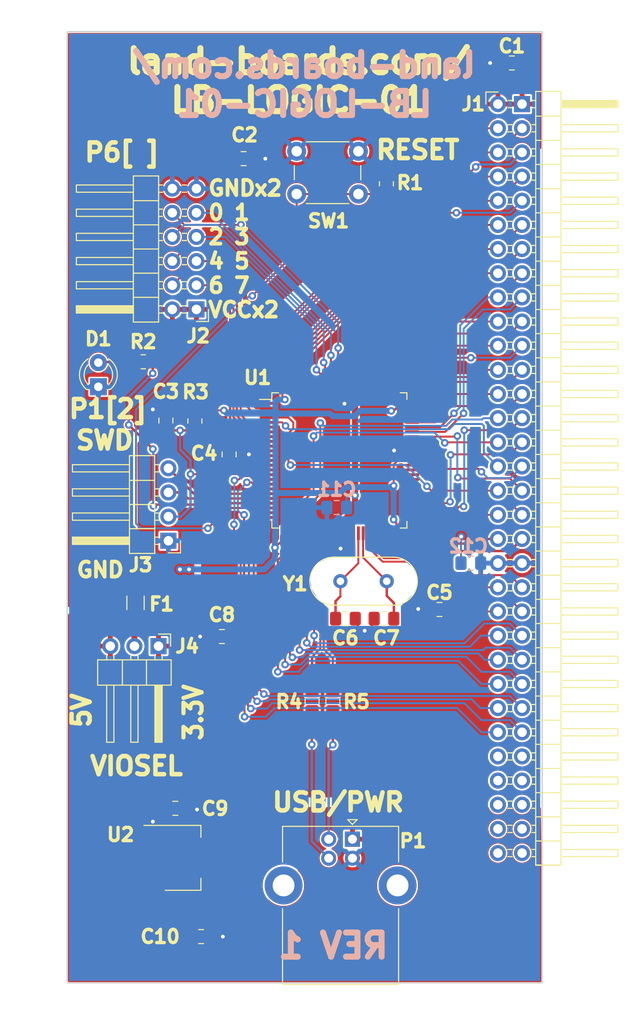
<source format=kicad_pcb>
(kicad_pcb (version 20211014) (generator pcbnew)
  (title_block (title "LB-LOGIC-01") (date "2022-09-09") (rev "1") (company "land-boards.com"))
  (layers (0 "F.Cu" signal) (31 "B.Cu" signal) (34 "B.Paste" user) (35 "F.Paste" user) (36 "B.SilkS" user "B.Silkscreen") (37 "F.SilkS" user "F.Silkscreen") (38 "B.Mask" user) (39 "F.Mask" user) (44 "Edge.Cuts" user))
  (net 0 "")
  (net 1 "GND")
  (net 2 "/CPUA11")
  (net 3 "/CPUA12")
  (net 4 "/CPUA13")
  (net 5 "/CPUA14")
  (net 6 "/CPUA15")
  (net 7 "/CPUD4")
  (net 8 "/CPUD3")
  (net 9 "/CPUD5")
  (net 10 "/CPUD6")
  (net 11 "/CPUA0")
  (net 12 "/CPUA1")
  (net 13 "/CPUD2")
  (net 14 "/CPUA2")
  (net 15 "/CPUD7")
  (net 16 "/CPUA3")
  (net 17 "/CPUD0")
  (net 18 "/CPUA4")
  (net 19 "/CPUD1")
  (net 20 "/CPUA5")
  (net 21 "/CPUA6")
  (net 22 "/CPUA7")
  (net 23 "/CPUA8")
  (net 24 "/CPUA9")
  (net 25 "/CPUA10")
  (net 26 "/CPUA18")
  (net 27 "/CPUA16")
  (net 28 "/CPUA17")
  (net 29 "/~{MEMRD}")
  (net 30 "/~{MEMWR}")
  (net 31 "/CPUCLK")
  (net 32 "/CPUA22")
  (net 33 "/CPUA23")
  (net 34 "/CPUA20")
  (net 35 "/CPUA21")
  (net 36 "/CPUA19")
  (net 37 "/~{MEMCS}")
  (net 38 "/~{IOCS}")
  (net 39 "/~{INT}")
  (net 40 "/~{NMI}")
  (net 41 "/~{HALT}")
  (net 42 "/~{MREQ}")
  (net 43 "/~{IORQ}")
  (net 44 "/~{CPURD}")
  (net 45 "/~{CPUWR}")
  (net 46 "/~{BUSACK}")
  (net 47 "/~{WAIT}")
  (net 48 "/~{BUSRQ}")
  (net 49 "/~{CPURST}")
  (net 65 "/RFSH")
  (net 74 "/M1")
  (net 75 "/USB-DM")
  (net 76 "/USB-DP")
  (net 77 "/USBM")
  (net 78 "/RES*")
  (net 79 "Vdrive")
  (net 80 "/SWDIO")
  (net 81 "/SWDCK")
  (net 82 "+3V3")
  (net 83 "+5V")
  (net 84 "/VCCD")
  (net 85 "/XRES*")
  (net 89 "/USBP")
  (net 90 "/P6_7")
  (net 91 "/P6_6")
  (net 92 "/P6_5")
  (net 93 "/P6_4")
  (net 94 "/P6_3")
  (net 95 "/P6_2")
  (net 96 "/P6_1")
  (net 97 "/P6_0")
  (net 98 "Net-(C6-Pad2)")
  (net 99 "/VUF")
  (net 100 "/LED")
  (net 101 "Net-(C7-Pad2)")
  (net 102 "/LEDR")
  (footprint "LandBoards_Conns:PinHeader_2x32_P2.54mm_Horizontal-FLIPPED" (layer "F.Cu") (at 177.35 54.615)
    (fp_text reference "J1")
    (fp_text value "Conn_02x32_Odd_Even")
  )
  (footprint "Package_QFP:TQFP-100_14x14mm_P0.5mm" (layer "F.Cu") (at 160.655 92.075)
    (fp_text reference "U1")
    (fp_text value "CY8C5267AXI-LP051")
  )
  (footprint "Capacitor_SMD:C_0805_2012Metric_Pad1.18x1.45mm_HandSolder" (layer "F.Cu") (at 150.5712 60.3504 180)
    (fp_text reference "C2")
    (fp_text value "0.1uF")
  )
  (footprint "Resistor_SMD:R_0805_2012Metric_Pad1.20x1.40mm_HandSolder" (layer "F.Cu") (at 140.0048 81.7072)
    (fp_text reference "R2")
    (fp_text value "1K")
  )
  (footprint "Package_TO_SOT_SMD:SOT-223" (layer "F.Cu") (at 144.17 133.858)
    (fp_text reference "U2")
    (fp_text value "AZ1117-3.3")
  )
  (footprint "Capacitor_SMD:C_0805_2012Metric_Pad1.18x1.45mm_HandSolder" (layer "F.Cu") (at 161.29 108.712 180)
    (fp_text reference "C6")
    (fp_text value "8pF")
  )
  (footprint "Connector_PinHeader_2.54mm:PinHeader_1x04_P2.54mm_Horizontal" (layer "F.Cu") (at 142.6526 100.5232 180)
    (fp_text reference "J3")
    (fp_text value "CONN_01X04")
  )
  (footprint "Capacitor_SMD:C_0805_2012Metric_Pad1.18x1.45mm_HandSolder" (layer "F.Cu") (at 143.383 128.651)
    (fp_text reference "C9")
    (fp_text value "0.1uF")
  )
  (footprint "Capacitor_SMD:C_0805_2012Metric_Pad1.18x1.45mm_HandSolder" (layer "F.Cu") (at 149.0472 91.44 90)
    (fp_text reference "C4")
    (fp_text value "0.1uF")
  )
  (footprint "Connector_USB:USB_B_Lumberg_2411_02_Horizontal" (layer "F.Cu") (at 162.032 131.8965 -90)
    (fp_text reference "P1")
    (fp_text value "USB-B")
  )
  (footprint "Capacitor_SMD:C_0805_2012Metric_Pad1.18x1.45mm_HandSolder" (layer "F.Cu") (at 171.196 107.7468)
    (fp_text reference "C5")
    (fp_text value "0.1uF")
  )
  (footprint "LED_THT:LED_D3.0mm" (layer "F.Cu") (at 135.2804 84.333 90)
    (fp_text reference "D1")
    (fp_text value "LED")
  )
  (footprint "Connector_PinHeader_2.54mm:PinHeader_1x03_P2.54mm_Horizontal" (layer "F.Cu") (at 141.6154 111.6014 -90)
    (fp_text reference "J4")
    (fp_text value "CONN_01X03")
  )
  (footprint "Resistor_SMD:R_0805_2012Metric_Pad1.20x1.40mm_HandSolder" (layer "F.Cu") (at 145.4404 87.9348 90)
    (fp_text reference "R3")
    (fp_text value "3.9K")
  )
  (footprint "Crystal:Crystal_HC49-U_Vertical" (layer "F.Cu") (at 165.645 104.775 180)
    (fp_text reference "Y1")
    (fp_text value "Crystal_Small")
  )
  (footprint "Capacitor_SMD:C_1206_3216Metric_Pad1.33x1.80mm_HandSolder" (layer "F.Cu") (at 139.192 107.0479 -90)
    (fp_text reference "F1")
    (fp_text value "Poly Fuse, 0.5A (1206)")
  )
  (footprint "Capacitor_SMD:C_0805_2012Metric_Pad1.18x1.45mm_HandSolder" (layer "F.Cu") (at 178.816 50.292)
    (fp_text reference "C1")
    (fp_text value "0.1uF")
  )
  (footprint "Capacitor_SMD:C_0805_2012Metric_Pad1.18x1.45mm_HandSolder" (layer "F.Cu") (at 146.1008 142.1384)
    (fp_text reference "C10")
    (fp_text value "0.1uF")
  )
  (footprint "Capacitor_SMD:C_0805_2012Metric_Pad1.18x1.45mm_HandSolder" (layer "F.Cu") (at 142.3924 87.884 90)
    (fp_text reference "C3")
    (fp_text value "0.1uF")
  )
  (footprint "Button_Switch_THT:SW_PUSH_6mm_H8.5mm" (layer "F.Cu") (at 156.1604 59.5736)
    (fp_text reference "SW1")
    (fp_text value "SW_Push")
  )
  (footprint "Resistor_SMD:R_0805_2012Metric_Pad1.20x1.40mm_HandSolder" (layer "F.Cu") (at 157.7848 117.3988 90)
    (fp_text reference "R4")
    (fp_text value "22")
  )
  (footprint "Resistor_SMD:R_0805_2012Metric_Pad1.20x1.40mm_HandSolder" (layer "F.Cu") (at 165.608 62.992 90)
    (fp_text reference "R1")
    (fp_text value "3.9K")
  )
  (footprint "Capacitor_SMD:C_0805_2012Metric_Pad1.18x1.45mm_HandSolder" (layer "F.Cu") (at 165.354 108.712)
    (fp_text reference "C7")
    (fp_text value "8pF")
  )
  (footprint "Capacitor_SMD:C_0805_2012Metric_Pad1.18x1.45mm_HandSolder" (layer "F.Cu") (at 148.2852 110.5916 180)
    (fp_text reference "C8")
    (fp_text value "10uF")
  )
  (footprint "Connector_PinHeader_2.54mm:PinHeader_2x06_P2.54mm_Horizontal" (layer "F.Cu") (at 145.604 76.2 180)
    (fp_text reference "J2")
    (fp_text value "Header, 2x6")
  )
  (footprint "Resistor_SMD:R_0805_2012Metric_Pad1.20x1.40mm_HandSolder" (layer "F.Cu") (at 159.9692 117.3988 90)
    (fp_text reference "R5")
    (fp_text value "22")
  )
  (footprint "Capacitor_SMD:C_0805_2012Metric_Pad1.18x1.45mm_HandSolder" (layer "B.Cu") (at 160.3756 97.028)
    (fp_text reference "C11")
    (fp_text value "1uF")
  )
  (footprint "Capacitor_SMD:C_0805_2012Metric_Pad1.18x1.45mm_HandSolder" (layer "B.Cu") (at 174.498 102.87 180)
    (fp_text reference "C12")
    (fp_text value "0.1uF")
  )
  (gr_rect (start 132 47) (end 182 147) (layer "Edge.Cuts") (width 0.15) (fill none))
  (gr_text "land-boards.com/\nLB-LOGIC-01" (at 156.972 52.578) (layer "B.SilkS") (effects (font (size 2.54 2.54) (thickness 0.635)) (justify mirror)))
  (gr_text "REV 1" (at 160.02 143.1036) (layer "B.SilkS") (effects (font (size 2.54 2.54) (thickness 0.635)) (justify mirror)))
  (gr_text "SWD" (at 135.9408 89.9668) (layer "F.SilkS") (effects (font (size 1.905 1.905) (thickness 0.47625))))
  (gr_text "P6[ ]" (at 133.604 59.69) (layer "F.SilkS") (effects (font (size 1.905 1.905) (thickness 0.47625)) (justify left)))
  (gr_text "USB/PWR" (at 160.528 128.016) (layer "F.SilkS") (effects (font (size 1.905 1.905) (thickness 0.47625))))
  (gr_text "RESET" (at 164.2872 59.436) (layer "F.SilkS") (effects (font (size 1.905 1.905) (thickness 0.47625)) (justify left)))
  (gr_text "5V" (at 133.5024 118.364 90) (layer "F.SilkS") (effects (font (size 1.905 1.905) (thickness 0.47625))))
  (gr_text "land-boards.com/\nLB-LOGIC-01" (at 156.3624 52.1716) (layer "F.SilkS") (effects (font (size 2.54 2.54) (thickness 0.635))))
  (gr_text "GND" (at 135.4836 103.5812) (layer "F.SilkS") (effects (font (size 1.5875 1.5875) (thickness 0.396875))))
  (gr_text "3.3V" (at 145.288 118.5672 90) (layer "F.SilkS") (effects (font (size 1.905 1.778) (thickness 0.4445))))
  (gr_text "VIOSEL" (at 139.2936 124.206) (layer "F.SilkS") (effects (font (size 1.905 1.905) (thickness 0.47625))))
  (gr_text "GNDx2\n0 1\n2 3\n4 5\n6 7\nVCCx2" (at 146.6596 69.85) (layer "F.SilkS") (effects (font (size 1.5875 1.5875) (thickness 0.396875)) (justify left)))
  (gr_text "P1[2]" (at 136.2964 86.6648) (layer "F.SilkS") (effects (font (size 1.905 1.905) (thickness 0.47625))))
  (segment (start 151.503 92.575) (end 151.2824 92.3544) (width 0.2032) (layer "F.Cu") (net 1))
  (segment (start 177.7785 50.292) (end 176.53 50.292) (width 0.2032) (layer "F.Cu") (net 1))
  (segment (start 145.542 128.651) (end 145.669 128.778) (width 0.254) (layer "F.Cu") (net 1))
  (segment (start 151.13 90.932) (end 151.13 91.44) (width 0.2032) (layer "F.Cu") (net 1))
  (segment (start 141.02 130.0488) (end 141.0208 130.048) (width 0.2032) (layer "F.Cu") (net 1))
  (segment (start 151.6087 60.3504) (end 152.8572 60.3504) (width 0.2032) (layer "F.Cu") (net 1))
  (segment (start 147.2477 110.5916) (end 145.9992 110.5916) (width 0.2032) (layer "F.Cu") (net 1))
  (segment (start 142.3924 86.8465) (end 141.1448 86.8465) (width 0.254) (layer "F.Cu") (net 1))
  (segment (start 149.0472 92.4775) (end 151.1593 92.4775) (width 0.2032) (layer "F.Cu") (net 1))
  (segment (start 160.655 99.7375) (end 160.655 101.219) (width 0.2032) (layer "F.Cu") (net 1))
  (segment (start 152.9925 91.575) (end 151.265 91.575) (width 0.2032) (layer "F.Cu") (net 1))
  (segment (start 151.487 90.575) (end 151.13 90.932) (width 0.2032) (layer "F.Cu") (net 1))
  (segment (start 147.1383 142.1384) (end 148.3868 142.1384) (width 0.254) (layer "F.Cu") (net 1))
  (segment (start 161.155 85.8244) (end 161.4366 86.106) (width 0.2032) (layer "F.Cu") (net 1))
  (segment (start 144.4205 128.651) (end 145.542 128.651) (width 0.254) (layer "F.Cu") (net 1))
  (segment (start 170.1585 107.7468) (end 169.0116 107.7468) (width 0.254) (layer "F.Cu") (net 1))
  (segment (start 166.9622 91.575) (end 166.4208 91.0336) (width 0.2032) (layer "F.Cu") (net 1))
  (segment (start 151.2824 92.3544) (end 151.13 92.202) (width 0.2032) (layer "F.Cu") (net 1))
  (segment (start 151.13 92.202) (end 151.13 91.44) (width 0.2032) (layer "F.Cu") (net 1))
  (segment (start 166.727 90.575) (end 168.3175 90.575) (width 0.2032) (layer "F.Cu") (net 1))
  (segment (start 152.9925 92.575) (end 151.503 92.575) (width 0.2032) (layer "F.Cu") (net 1))
  (segment (start 141.1448 86.8465) (end 141.0139 86.7156) (width 0.254) (layer "F.Cu") (net 1))
  (segment (start 163.322 109.982) (end 163.83 109.982) (width 0.2032) (layer "F.Cu") (net 1))
  (segment (start 168.3175 91.575) (end 166.9622 91.575) (width 0.2032) (layer "F.Cu") (net 1))
  (segment (start 151.265 91.575) (end 151.13 91.44) (width 0.2032) (layer "F.Cu") (net 1))
  (segment (start 162.5815 108.712) (end 162.5815 109.7495) (width 0.2032) (layer "F.Cu") (net 1))
  (segment (start 162.814 109.982) (end 162.5815 109.7495) (width 0.2032) (layer "F.Cu") (net 1))
  (segment (start 163.83 109.982) (end 164.0625 109.7495) (width 0.2032) (layer "F.Cu") (net 1))
  (segment (start 169.0116 107.7468) (end 168.9608 107.696) (width 0.254) (layer "F.Cu") (net 1))
  (segment (start 151.1593 92.4775) (end 151.2824 92.3544) (width 0.2032) (layer "F.Cu") (net 1))
  (segment (start 166.727 90.575) (end 166.3965 90.9055) (width 0.2032) (layer "F.Cu") (net 1))
  (segment (start 152.9925 90.575) (end 151.487 90.575) (width 0.2032) (layer "F.Cu") (net 1))
  (segment (start 163.322 109.982) (end 162.814 109.982) (width 0.2032) (layer "F.Cu") (net 1))
  (segment (start 164.0625 109.7495) (end 164.0625 108.712) (width 0.2032) (layer "F.Cu") (net 1))
  (segment (start 141.02 131.558) (end 141.02 130.0488) (width 0.2032) (layer "F.Cu") (net 1))
  (segment (start 160.655 101.219) (end 160.782 101.346) (width 0.2032) (layer "F.Cu") (net 1))
  (segment (start 161.155 84.4125) (end 161.155 85.8244) (width 0.2032) (layer "F.Cu") (net 1))
  (via (at 160.782 101.346) (size 0.8) (drill 0.4) (layers "F.Cu" "B.Cu") (net 1))
  (via (at 176.53 50.292) (size 0.8) (drill 0.4) (layers "F.Cu" "B.Cu") (net 1))
  (via (at 166.4208 91.0336) (size 0.8) (drill 0.4) (layers "F.Cu" "B.Cu") (net 1))
  (via (at 152.8572 60.3504) (size 0.8) (drill 0.4) (layers "F.Cu" "B.Cu") (net 1))
  (via (at 145.669 128.778) (size 0.8) (drill 0.4) (layers "F.Cu" "B.Cu") (net 1))
  (via (at 168.9608 107.696) (size 0.8) (drill 0.4) (layers "F.Cu" "B.Cu") (net 1))
  (via (at 163.322 109.982) (size 0.8) (drill 0.4) (layers "F.Cu" "B.Cu") (net 1))
  (via (at 141.0139 86.7156) (size 0.8) (drill 0.4) (layers "F.Cu" "B.Cu") (net 1))
  (via (at 145.9992 110.5916) (size 0.8) (drill 0.4) (layers "F.Cu" "B.Cu") (net 1))
  (via (at 148.3868 142.1384) (size 0.8) (drill 0.4) (layers "F.Cu" "B.Cu") (net 1))
  (via (at 141.0208 130.048) (size 0.8) (drill 0.4) (layers "F.Cu" "B.Cu") (net 1))
  (via (at 161.1884 86.106) (size 0.8) (drill 0.4) (layers "F.Cu" "B.Cu") (net 1))
  (via (at 151.13 91.44) (size 0.8) (drill 0.4) (layers "F.Cu" "B.Cu") (net 1))
  (segment (start 173.990785 72.395) (end 177.35 72.395) (width 0.2032) (layer "F.Cu") (net 2))
  (segment (start 164.155 82.230785) (end 173.990785 72.395) (width 0.2032) (layer "F.Cu") (net 2))
  (segment (start 164.155 84.4125) (end 164.155 82.230785) (width 0.2032) (layer "F.Cu") (net 2))
  (segment (start 163.655 82.217) (end 174.752 71.12) (width 0.2032) (layer "F.Cu") (net 3))
  (segment (start 163.655 84.4125) (end 163.655 82.217) (width 0.2032) (layer "F.Cu") (net 3))
  (segment (start 174.752 71.12) (end 178.625 71.12) (width 0.2032) (layer "F.Cu") (net 3))
  (segment (start 178.625 71.12) (end 179.89 69.855) (width 0.2032) (layer "F.Cu") (net 3))
  (segment (start 175.255 69.855) (end 177.35 69.855) (width 0.2032) (layer "F.Cu") (net 4))
  (segment (start 163.155 84.4125) (end 163.155 81.955) (width 0.2032) (layer "F.Cu") (net 4))
  (segment (start 163.155 81.955) (end 175.255 69.855) (width 0.2032) (layer "F.Cu") (net 4))
  (segment (start 162.655 84.4125) (end 162.655 81.693) (width 0.2032) (layer "F.Cu") (net 5))
  (segment (start 175.768 68.58) (end 178.625 68.58) (width 0.2032) (layer "F.Cu") (net 5))
  (segment (start 178.625 68.58) (end 179.89 67.315) (width 0.2032) (layer "F.Cu") (net 5))
  (segment (start 162.655 81.693) (end 175.768 68.58) (width 0.2032) (layer "F.Cu") (net 5))
  (segment (start 176.027 67.315) (end 177.35 67.315) (width 0.2032) (layer "F.Cu") (net 6))
  (segment (start 162.155 81.187) (end 176.027 67.315) (width 0.2032) (layer "F.Cu") (net 6))
  (segment (start 162.155 84.4125) (end 162.155 81.187) (width 0.2032) (layer "F.Cu") (net 6))
  (segment (start 155.8036 88.6968) (end 155.2956 89.2048) (width 0.2032) (layer "F.Cu") (net 7))
  (segment (start 155.2956 89.2048) (end 155.2956 92.3517) (width 0.2032) (layer "F.Cu") (net 7))
  (segment (start 152.9925 87.575) (end 155.2914 87.575) (width 0.2032) (layer "F.Cu") (net 7))
  (segment (start 155.2914 87.575) (end 155.8036 88.0872) (width 0.2032) (layer "F.Cu") (net 7))
  (segment (start 155.8036 88.0872) (end 155.8036 88.6968) (width 0.2032) (layer "F.Cu") (net 7))
  (segment (start 177.35 95.255) (end 170.3374 95.255) (width 0.2032) (layer "F.Cu") (net 7))
  (segment (start 155.2956 92.3517) (end 155.5015 92.5576) (width 0.2032) (layer "F.Cu") (net 7))
  (segment (start 170.3374 95.255) (end 169.8752 94.7928) (width 0.2032) (layer "F.Cu") (net 7))
  (via (at 155.5015 92.5576) (size 0.8) (drill 0.4) (layers "F.Cu" "B.Cu") (net 7))
  (via (at 169.8752 94.7928) (size 0.8) (drill 0.4) (layers "F.Cu" "B.Cu") (net 7))
  (segment (start 155.5015 92.5576) (end 167.64 92.5576) (width 0.2032) (layer "B.Cu") (net 7))
  (segment (start 167.64 92.5576) (end 169.8752 94.7928) (width 0.2032) (layer "B.Cu") (net 7))
  (segment (start 168.3175 89.575) (end 173.0102 89.575) (width 0.2032) (layer "F.Cu") (net 8))
  (segment (start 173.0102 89.575) (end 173.0756 89.5096) (width 0.2032) (layer "F.Cu") (net 8))
  (segment (start 179.89 95.255) (end 178.615 93.98) (width 0.2032) (layer "F.Cu") (net 8))
  (segment (start 178.615 93.98) (end 173.228 93.98) (width 0.2032) (layer "F.Cu") (net 8))
  (segment (start 173.228 93.98) (end 173.1264 93.8784) (width 0.2032) (layer "F.Cu") (net 8))
  (via (at 173.0756 89.5096) (size 0.8) (drill 0.4) (layers "F.Cu" "B.Cu") (net 8))
  (via (at 173.1264 93.8784) (size 0.8) (drill 0.4) (layers "F.Cu" "B.Cu") (net 8))
  (segment (start 173.0756 89.5096) (end 173.0756 93.8276) (width 0.2032) (layer "B.Cu") (net 8))
  (segment (start 173.0756 93.8276) (end 173.1264 93.8784) (width 0.2032) (layer "B.Cu") (net 8))
  (segment (start 152.9925 88.075) (end 154.623 88.075) (width 0.2032) (layer "F.Cu") (net 9))
  (segment (start 154.623 88.075) (end 154.9908 88.4428) (width 0.2032) (layer "F.Cu") (net 9))
  (via (at 154.9908 88.4428) (size 0.8) (drill 0.4) (layers "F.Cu" "B.Cu") (net 9))
  (segment (start 172.763911 88.246489) (end 175.673289 88.246489) (width 0.2032) (layer "B.Cu") (net 9))
  (segment (start 172.218889 88.791511) (end 172.763911 88.246489) (width 0.2032) (layer "B.Cu") (net 9))
  (segment (start 155.339511 88.791511) (end 172.218889 88.791511) (width 0.2032) (layer "B.Cu") (net 9))
  (segment (start 175.673289 88.246489) (end 175.8696 88.4428) (width 0.2032) (layer "B.Cu") (net 9))
  (segment (start 175.8696 91.2346) (end 177.35 92.715) (width 0.2032) (layer "B.Cu") (net 9))
  (segment (start 154.9908 88.4428) (end 155.339511 88.791511) (width 0.2032) (layer "B.Cu") (net 9))
  (segment (start 175.8696 88.4428) (end 175.8696 91.2346) (width 0.2032) (layer "B.Cu") (net 9))
  (segment (start 156.155 99.7375) (end 156.155 97.083) (width 0.2032) (layer "F.Cu") (net 10))
  (segment (start 171.8083 90.175) (end 171.7548 90.2285) (width 0.2032) (layer "F.Cu") (net 10))
  (segment (start 157.9372 95.3008) (end 157.9372 89.5096) (width 0.2032) (layer "F.Cu") (net 10))
  (segment (start 177.35 90.175) (end 171.8083 90.175) (width 0.2032) (layer "F.Cu") (net 10))
  (segment (start 156.155 97.083) (end 157.9372 95.3008) (width 0.2032) (layer "F.Cu") (net 10))
  (via (at 171.7548 90.2285) (size 0.8) (drill 0.4) (layers "F.Cu" "B.Cu") (net 10))
  (via (at 157.9372 89.5096) (size 0.8) (drill 0.4) (layers "F.Cu" "B.Cu") (net 10))
  (segment (start 157.9372 89.5096) (end 158.300169 89.146631) (width 0.2032) (layer "B.Cu") (net 10))
  (segment (start 170.672931 89.146631) (end 171.7548 90.2285) (width 0.2032) (layer "B.Cu") (net 10))
  (segment (start 158.300169 89.146631) (end 170.672931 89.146631) (width 0.2032) (layer "B.Cu") (net 10))
  (segment (start 170.751 88.075) (end 172.466 86.36) (width 0.2032) (layer "F.Cu") (net 11))
  (segment (start 172.466 86.36) (end 178.625 86.36) (width 0.2032) (layer "F.Cu") (net 11))
  (segment (start 178.625 86.36) (end 179.89 85.095) (width 0.2032) (layer "F.Cu") (net 11))
  (segment (start 168.3175 88.075) (end 170.751 88.075) (width 0.2032) (layer "F.Cu") (net 11))
  (segment (start 168.3175 87.575) (end 170.489 87.575) (width 0.2032) (layer "F.Cu") (net 12))
  (segment (start 170.489 87.575) (end 172.969 85.095) (width 0.2032) (layer "F.Cu") (net 12))
  (segment (start 172.969 85.095) (end 177.35 85.095) (width 0.2032) (layer "F.Cu") (net 12))
  (segment (start 171.3484 92.6084) (end 171.704 92.964) (width 0.2032) (layer "F.Cu") (net 13))
  (segment (start 168.3175 90.075) (end 170.5422 90.075) (width 0.2032) (layer "F.Cu") (net 13))
  (segment (start 175.3108 92.964) (end 175.6156 93.2688) (width 0.2032) (layer "F.Cu") (net 13))
  (segment (start 170.5422 90.075) (end 171.3484 90.8812) (width 0.2032) (layer "F.Cu") (net 13))
  (segment (start 171.704 92.964) (end 175.3108 92.964) (width 0.2032) (layer "F.Cu") (net 13))
  (segment (start 171.3484 90.8812) (end 171.3484 92.6084) (width 0.2032) (layer "F.Cu") (net 13))
  (via (at 175.6156 93.2688) (size 0.8) (drill 0.4) (layers "F.Cu" "B.Cu") (net 13))
  (segment (start 175.6156 93.2688) (end 176.276 93.9292) (width 0.2032) (layer "B.Cu") (net 13))
  (segment (start 178.6758 93.9292) (end 179.89 92.715) (width 0.2032) (layer "B.Cu") (net 13))
  (segment (start 176.276 93.9292) (end 178.6758 93.9292) (width 0.2032) (layer "B.Cu") (net 13))
  (segment (start 178.625 83.82) (end 179.89 82.555) (width 0.2032) (layer "F.Cu") (net 14))
  (segment (start 170.227 87.075) (end 171.704 85.598) (width 0.2032) (layer "F.Cu") (net 14))
  (segment (start 171.704 84.328) (end 172.212 83.82) (width 0.2032) (layer "F.Cu") (net 14))
  (segment (start 172.212 83.82) (end 178.625 83.82) (width 0.2032) (layer "F.Cu") (net 14))
  (segment (start 171.704 85.598) (end 171.704 84.328) (width 0.2032) (layer "F.Cu") (net 14))
  (segment (start 168.3175 87.075) (end 170.227 87.075) (width 0.2032) (layer "F.Cu") (net 14))
  (segment (start 156.655 97.599) (end 158.6484 95.6056) (width 0.2032) (layer "F.Cu") (net 15))
  (segment (start 158.6484 95.6056) (end 158.6484 88.138011) (width 0.2032) (layer "F.Cu") (net 15))
  (segment (start 156.655 99.7375) (end 156.655 97.599) (width 0.2032) (layer "F.Cu") (net 15))
  (via (at 158.6484 88.138011) (size 0.8) (drill 0.4) (layers "F.Cu" "B.Cu") (net 15))
  (segment (start 158.94678 88.436391) (end 171.899831 88.436391) (width 0.2032) (layer "B.Cu") (net 15))
  (segment (start 172.560711 87.775511) (end 175.683289 87.775511) (width 0.2032) (layer "B.Cu") (net 15))
  (segment (start 171.899831 88.436391) (end 172.560711 87.775511) (width 0.2032) (layer "B.Cu") (net 15))
  (segment (start 175.8238 87.635) (end 177.35 87.635) (width 0.2032) (layer "B.Cu") (net 15))
  (segment (start 175.683289 87.775511) (end 175.8238 87.635) (width 0.2032) (layer "B.Cu") (net 15))
  (segment (start 158.6484 88.138011) (end 158.94678 88.436391) (width 0.2032) (layer "B.Cu") (net 15))
  (segment (start 175.763 82.555) (end 177.35 82.555) (width 0.2032) (layer "F.Cu") (net 16))
  (segment (start 169.965 86.575) (end 170.688 85.852) (width 0.2032) (layer "F.Cu") (net 16))
  (segment (start 170.688 85.852) (end 170.688 84.836) (width 0.2032) (layer "F.Cu") (net 16))
  (segment (start 170.688 84.836) (end 172.212 83.312) (width 0.2032) (layer "F.Cu") (net 16))
  (segment (start 175.006 83.312) (end 175.763 82.555) (width 0.2032) (layer "F.Cu") (net 16))
  (segment (start 172.212 83.312) (end 175.006 83.312) (width 0.2032) (layer "F.Cu") (net 16))
  (segment (start 168.3175 86.575) (end 169.965 86.575) (width 0.2032) (layer "F.Cu") (net 16))
  (segment (start 173.806698 88.9) (end 178.625 88.9) (width 0.2032) (layer "F.Cu") (net 17))
  (segment (start 168.3175 97.075) (end 173.1302 97.075) (width 0.2032) (layer "F.Cu") (net 17))
  (segment (start 173.806698 88.9) (end 173.806687 88.899989) (width 0.2032) (layer "F.Cu") (net 17))
  (segment (start 178.625 88.9) (end 179.89 87.635) (width 0.2032) (layer "F.Cu") (net 17))
  (segment (start 173.2837 96.9215) (end 173.1302 97.075) (width 0.2032) (layer "F.Cu") (net 17))
  (segment (start 173.736 96.9215) (end 173.2837 96.9215) (width 0.2032) (layer "F.Cu") (net 17))
  (via (at 173.736 96.9215) (size 0.8) (drill 0.4) (layers "F.Cu" "B.Cu") (net 17))
  (via (at 173.806687 88.899989) (size 0.8) (drill 0.4) (layers "F.Cu" "B.Cu") (net 17))
  (segment (start 173.806687 88.899989) (end 173.806687 96.850813) (width 0.2032) (layer "B.Cu") (net 17))
  (segment (start 173.806687 96.850813) (end 173.736 96.9215) (width 0.2032) (layer "B.Cu") (net 17))
  (segment (start 174.498 81.28) (end 168.148 81.28) (width 0.2032) (layer "F.Cu") (net 18))
  (segment (start 168.148 81.28) (end 166.655 82.773) (width 0.2032) (layer "F.Cu") (net 18))
  (segment (start 166.655 84.4125) (end 166.655 82.773) (width 0.2032) (layer "F.Cu") (net 18))
  (via (at 174.498 81.28) (size 0.8) (drill 0.4) (layers "F.Cu" "B.Cu") (net 18))
  (segment (start 178.625 81.28) (end 174.498 81.28) (width 0.2032) (layer "B.Cu") (net 18))
  (segment (start 179.89 80.015) (end 178.625 81.28) (width 0.2032) (layer "B.Cu") (net 18))
  (segment (start 172.1559 96.575) (end 172.3094 96.4215) (width 0.2032) (layer "F.Cu") (net 19))
  (segment (start 172.4152 91.44) (end 172.3644 91.4908) (width 0.2032) (layer "F.Cu") (net 19))
  (segment (start 178.625 91.44) (end 172.4152 91.44) (width 0.2032) (layer "F.Cu") (net 19))
  (segment (start 168.3175 96.575) (end 172.1559 96.575) (width 0.2032) (layer "F.Cu") (net 19))
  (segment (start 179.89 90.175) (end 178.625 91.44) (width 0.2032) (layer "F.Cu") (net 19))
  (via (at 172.3094 96.4215) (size 0.8) (drill 0.4) (layers "F.Cu" "B.Cu") (net 19))
  (via (at 172.3644 91.4908) (size 0.8) (drill 0.4) (layers "F.Cu" "B.Cu") (net 19))
  (segment (start 172.3644 91.4908) (end 172.3644 96.3665) (width 0.2032) (layer "B.Cu") (net 19))
  (segment (start 172.3644 96.3665) (end 172.3094 96.4215) (width 0.2032) (layer "B.Cu") (net 19))
  (segment (start 168.905 80.015) (end 166.155 82.765) (width 0.2032) (layer "F.Cu") (net 20))
  (segment (start 166.155 82.765) (end 166.155 84.4125) (width 0.2032) (layer "F.Cu") (net 20))
  (segment (start 177.35 80.015) (end 168.905 80.015) (width 0.2032) (layer "F.Cu") (net 20))
  (segment (start 169.672 78.74) (end 178.625 78.74) (width 0.2032) (layer "F.Cu") (net 21))
  (segment (start 165.655 84.4125) (end 165.655 82.757) (width 0.2032) (layer "F.Cu") (net 21))
  (segment (start 178.625 78.74) (end 179.89 77.475) (width 0.2032) (layer "F.Cu") (net 21))
  (segment (start 165.655 82.757) (end 169.672 78.74) (width 0.2032) (layer "F.Cu") (net 21))
  (segment (start 170.434784 77.475) (end 177.35 77.475) (width 0.2032) (layer "F.Cu") (net 22))
  (segment (start 165.155 82.754784) (end 170.434784 77.475) (width 0.2032) (layer "F.Cu") (net 22))
  (segment (start 165.155 84.4125) (end 165.155 82.754784) (width 0.2032) (layer "F.Cu") (net 22))
  (segment (start 171.783 89.075) (end 173.736 87.122) (width 0.2032) (layer "F.Cu") (net 23))
  (segment (start 168.3175 89.075) (end 171.783 89.075) (width 0.2032) (layer "F.Cu") (net 23))
  (via (at 173.736 87.122) (size 0.8) (drill 0.4) (layers "F.Cu" "B.Cu") (net 23))
  (segment (start 175.768 76.2) (end 178.625 76.2) (width 0.2032) (layer "B.Cu") (net 23))
  (segment (start 178.625 76.2) (end 179.89 74.935) (width 0.2032) (layer "B.Cu") (net 23))
  (segment (start 173.736 78.232) (end 175.768 76.2) (width 0.2032) (layer "B.Cu") (net 23))
  (segment (start 173.736 87.122) (end 173.736 78.232) (width 0.2032) (layer "B.Cu") (net 23))
  (segment (start 168.3175 88.575) (end 171.267 88.575) (width 0.2032) (layer "F.Cu") (net 24))
  (segment (start 171.267 88.575) (end 172.72 87.122) (width 0.2032) (layer "F.Cu") (net 24))
  (via (at 172.72 87.122) (size 0.8) (drill 0.4) (layers "F.Cu" "B.Cu") (net 24))
  (segment (start 173.3804 77.8764) (end 173.3804 86.4616) (width 0.2032) (layer "B.Cu") (net 24))
  (segment (start 173.3804 86.4616) (end 172.72 87.122) (width 0.2032) (layer "B.Cu") (net 24))
  (segment (start 177.35 74.935) (end 176.3218 74.935) (width 0.2032) (layer "B.Cu") (net 24))
  (segment (start 176.3218 74.935) (end 173.3804 77.8764) (width 0.2032) (layer "B.Cu") (net 24))
  (segment (start 173.736 73.66) (end 178.625 73.66) (width 0.2032) (layer "F.Cu") (net 25))
  (segment (start 164.655 84.4125) (end 164.655 82.741) (width 0.2032) (layer "F.Cu") (net 25))
  (segment (start 178.625 73.66) (end 179.89 72.395) (width 0.2032) (layer "F.Cu") (net 25))
  (segment (start 164.655 82.741) (end 173.736 73.66) (width 0.2032) (layer "F.Cu") (net 25))
  (segment (start 156.155 84.4125) (end 156.155 81.081) (width 0.2032) (layer "F.Cu") (net 26))
  (segment (start 156.155 81.081) (end 173.736 63.5) (width 0.2032) (layer "F.Cu") (net 26))
  (segment (start 178.625 63.5) (end 179.89 62.235) (width 0.2032) (layer "F.Cu") (net 26))
  (segment (start 173.736 63.5) (end 178.625 63.5) (width 0.2032) (layer "F.Cu") (net 26))
  (segment (start 157.155 81.097) (end 172.212 66.04) (width 0.2032) (layer "F.Cu") (net 27))
  (segment (start 157.155 84.4125) (end 157.155 81.097) (width 0.2032) (layer "F.Cu") (net 27))
  (segment (start 172.212 66.04) (end 172.974 66.04) (width 0.2032) (layer "F.Cu") (net 27))
  (via (at 172.974 66.04) (size 0.8) (drill 0.4) (layers "F.Cu" "B.Cu") (net 27))
  (segment (start 179.89 64.775) (end 178.625 66.04) (width 0.2032) (layer "B.Cu") (net 27))
  (segment (start 172.974 66.04) (end 178.625 66.04) (width 0.2032) (layer "B.Cu") (net 27))
  (segment (start 156.655 81.089) (end 172.969 64.775) (width 0.2032) (layer "F.Cu") (net 28))
  (segment (start 156.655 84.4125) (end 156.655 81.089) (width 0.2032) (layer "F.Cu") (net 28))
  (segment (start 172.969 64.775) (end 177.35 64.775) (width 0.2032) (layer "F.Cu") (net 28))
  (segment (start 168.3175 98.075) (end 175.483 98.075) (width 0.2032) (layer "F.Cu") (net 29))
  (segment (start 175.483 98.075) (end 175.763 97.795) (width 0.2032) (layer "F.Cu") (net 29))
  (segment (start 175.763 97.795) (end 177.35 97.795) (width 0.2032) (layer "F.Cu") (net 29))
  (segment (start 178.615 96.52) (end 179.89 97.795) (width 0.2032) (layer "F.Cu") (net 30))
  (segment (start 168.3175 97.575) (end 174.713 97.575) (width 0.2032) (layer "F.Cu") (net 30))
  (segment (start 174.713 97.575) (end 175.768 96.52) (width 0.2032) (layer "F.Cu") (net 30))
  (segment (start 175.768 96.52) (end 178.615 96.52) (width 0.2032) (layer "F.Cu") (net 30))
  (segment (start 172.8216 104.14) (end 170.6626 101.981) (width 0.2032) (layer "F.Cu") (net 31))
  (segment (start 169.291 101.981) (end 168.91 101.6) (width 0.2032) (layer "F.Cu") (net 31))
  (segment (start 165.862 101.6) (end 165.155 100.893) (width 0.2032) (layer "F.Cu") (net 31))
  (segment (start 165.155 100.893) (end 165.155 99.7375) (width 0.2032) (layer "F.Cu") (net 31))
  (segment (start 178.615 104.14) (end 172.8216 104.14) (width 0.2032) (layer "F.Cu") (net 31))
  (segment (start 168.91 101.6) (end 165.862 101.6) (width 0.2032) (layer "F.Cu") (net 31))
  (segment (start 179.89 105.415) (end 178.615 104.14) (width 0.2032) (layer "F.Cu") (net 31))
  (segment (start 170.6626 101.981) (end 169.291 101.981) (width 0.2032) (layer "F.Cu") (net 31))
  (segment (start 152.9925 86.575) (end 151.853 86.575) (width 0.2032) (layer "F.Cu") (net 32))
  (segment (start 174.492216 58.42) (end 178.625 58.42) (width 0.2032) (layer "F.Cu") (net 32))
  (segment (start 151.13 81.782216) (end 174.492216 58.42) (width 0.2032) (layer "F.Cu") (net 32))
  (segment (start 178.625 58.42) (end 179.89 57.155) (width 0.2032) (layer "F.Cu") (net 32))
  (segment (start 151.853 86.575) (end 151.13 85.852) (width 0.2032) (layer "F.Cu") (net 32))
  (segment (start 151.13 85.852) (end 151.13 81.782216) (width 0.2032) (layer "F.Cu") (net 32))
  (segment (start 151.591 87.075) (end 150.622 86.106) (width 0.2032) (layer "F.Cu") (net 33))
  (segment (start 150.622 86.106) (end 150.622 81.788) (width 0.2032) (layer "F.Cu") (net 33))
  (segment (start 175.255 57.155) (end 177.35 57.155) (width 0.2032) (layer "F.Cu") (net 33))
  (segment (start 152.9925 87.075) (end 151.591 87.075) (width 0.2032) (layer "F.Cu") (net 33))
  (segment (start 150.622 81.788) (end 175.255 57.155) (width 0.2032) (layer "F.Cu") (net 33))
  (segment (start 155.155 84.4125) (end 155.155 81.065) (width 0.2032) (layer "F.Cu") (net 34))
  (segment (start 155.155 81.065) (end 175.006 61.214) (width 0.2032) (layer "F.Cu") (net 34))
  (via (at 175.006 61.214) (size 0.8) (drill 0.4) (layers "F.Cu" "B.Cu") (net 34))
  (segment (start 175.26 60.96) (end 175.006 61.214) (width 0.254) (layer "B.Cu") (net 34))
  (segment (start 178.625 60.96) (end 175.26 60.96) (width 0.254) (layer "B.Cu") (net 34))
  (segment (start 179.89 59.695) (end 178.625 60.96) (width 0.254) (layer "B.Cu") (net 34))
  (segment (start 151.638 81.776432) (end 173.719432 59.695) (width 0.2032) (layer "F.Cu") (net 35))
  (segment (start 152.9925 86.075) (end 151.861 86.075) (width 0.2032) (layer "F.Cu") (net 35))
  (segment (start 151.861 86.075) (end 151.638 85.852) (width 0.2032) (layer "F.Cu") (net 35))
  (segment (start 151.638 85.852) (end 151.638 81.776432) (width 0.2032) (layer "F.Cu") (net 35))
  (segment (start 173.719432 59.695) (end 177.35 59.695) (width 0.2032) (layer "F.Cu") (net 35))
  (segment (start 155.655 81.073) (end 174.493 62.235) (width 0.2032) (layer "F.Cu") (net 36))
  (segment (start 155.655 84.4125) (end 155.655 81.073) (width 0.2032) (layer "F.Cu") (net 36))
  (segment (start 174.493 62.235) (end 177.35 62.235) (width 0.2032) (layer "F.Cu") (net 36))
  (segment (start 166.155 100.623) (end 166.34556 100.81356) (width 0.254) (layer "F.Cu") (net 37))
  (segment (start 174.77644 100.81356) (end 175.255 100.335) (width 0.254) (layer "F.Cu") (net 37))
  (segment (start 166.155 99.7375) (end 166.155 100.623) (width 0.254) (layer "F.Cu") (net 37))
  (segment (start 166.34556 100.81356) (end 174.77644 100.81356) (width 0.254) (layer "F.Cu") (net 37))
  (segment (start 175.255 100.335) (end 177.35 100.335) (width 0.254) (layer "F.Cu") (net 37))
  (segment (start 178.625 101.6) (end 169.448136 101.6) (width 0.254) (layer "F.Cu") (net 38))
  (segment (start 169.067616 101.21948) (end 166.019616 101.21948) (width 0.254) (layer "F.Cu") (net 38))
  (segment (start 166.019616 101.21948) (end 165.655 100.854864) (width 0.254) (layer "F.Cu") (net 38))
  (segment (start 179.89 100.335) (end 178.625 101.6) (width 0.254) (layer "F.Cu") (net 38))
  (segment (start 165.655 100.854864) (end 165.655 99.7375) (width 0.254) (layer "F.Cu") (net 38))
  (segment (start 169.448136 101.6) (end 169.067616 101.21948) (width 0.254) (layer "F.Cu") (net 38))
  (segment (start 174.2948 106.68) (end 170.3324 102.7176) (width 0.2032) (layer "F.Cu") (net 39))
  (segment (start 165.354 102.362) (end 164.155 101.163) (width 0.2032) (layer "F.Cu") (net 39))
  (segment (start 169.0116 102.7176) (end 168.656 102.362) (width 0.2032) (layer "F.Cu") (net 39))
  (segment (start 164.155 101.163) (end 164.155 99.7375) (width 0.2032) (layer "F.Cu") (net 39))
  (segment (start 178.615 106.68) (end 174.2948 106.68) (width 0.2032) (layer "F.Cu") (net 39))
  (segment (start 170.3324 102.7176) (end 169.0116 102.7176) (width 0.2032) (layer "F.Cu") (net 39))
  (segment (start 168.656 102.362) (end 165.354 102.362) (width 0.2032) (layer "F.Cu") (net 39))
  (segment (start 179.89 107.955) (end 178.615 106.68) (width 0.2032) (layer "F.Cu") (net 39))
  (segment (start 157.99538 108.21138) (end 157.99538 110.49) (width 0.2032) (layer "F.Cu") (net 40))
  (segment (start 156.61688 103.484904) (end 156.61688 106.83288) (width 0.2032) (layer "F.Cu") (net 40))
  (segment (start 156.61688 106.83288) (end 157.988 108.204) (width 0.2032) (layer "F.Cu") (net 40))
  (segment (start 158.655 99.7375) (end 158.655 101.446784) (width 0.2032) (layer "F.Cu") (net 40))
  (segment (start 157.988 108.204) (end 157.99538 108.21138) (width 0.2032) (layer "F.Cu") (net 40))
  (segment (start 158.655 101.446784) (end 156.61688 103.484904) (width 0.2032) (layer "F.Cu") (net 40))
  (via (at 157.99538 110.49) (size 0.8) (drill 0.4) (layers "F.Cu" "B.Cu") (net 40))
  (segment (start 175.9204 109.22) (end 178.615 109.22) (width 0.2032) (layer "B.Cu") (net 40))
  (segment (start 173.83664 111.30376) (end 175.9204 109.22) (width 0.2032) (layer "B.Cu") (net 40))
  (segment (start 178.615 109.22) (end 179.89 110.495) (width 0.2032) (layer "B.Cu") (net 40))
  (segment (start 157.99538 111.05618) (end 158.24296 111.30376) (width 0.2032) (layer "B.Cu") (net 40))
  (segment (start 157.99538 110.49) (end 157.99538 111.05618) (width 0.2032) (layer "B.Cu") (net 40))
  (segment (start 158.24296 111.30376) (end 173.83664 111.30376) (width 0.2032) (layer "B.Cu") (net 40))
  (segment (start 156.464 112.014) (end 156.464 108.40624) (width 0.2032) (layer "F.Cu") (net 41))
  (segment (start 155.85488 103.22512) (end 155.85488 107.79712) (width 0.2032) (layer "F.Cu") (net 41))
  (segment (start 157.655 99.7375) (end 157.655 101.425) (width 0.2032) (layer "F.Cu") (net 41))
  (segment (start 155.85488 103.22512) (end 157.655 101.425) (width 0.2032) (layer "F.Cu") (net 41))
  (segment (start 156.464 108.40624) (end 155.85488 107.79712) (width 0.2032) (layer "F.Cu") (net 41))
  (via (at 156.464 112.014) (size 0.8) (drill 0.4) (layers "F.Cu" "B.Cu") (net 41))
  (segment (start 175.8188 112.014) (end 176.0728 111.76) (width 0.2032) (layer "B.Cu") (net 41))
  (segment (start 178.615 111.76) (end 176.0728 111.76) (width 0.2032) (layer "B.Cu") (net 41))
  (segment (start 156.464 112.014) (end 175.8188 112.014) (width 0.2032) (layer "B.Cu") (net 41))
  (segment (start 179.89 113.035) (end 178.615 111.76) (width 0.2032) (layer "B.Cu") (net 41))
  (segment (start 155.655 101.901) (end 155.655 99.7375) (width 0.2032) (layer "F.Cu") (net 42))
  (segment (start 154.94 102.616) (end 154.94 113.538) (width 0.2032) (layer "F.Cu") (net 42))
  (segment (start 155.655 101.901) (end 154.94 102.616) (width 0.2032) (layer "F.Cu") (net 42))
  (via (at 154.94 113.538) (size 0.8) (drill 0.4) (layers "F.Cu" "B.Cu") (net 42))
  (segment (start 178.615 114.3) (end 179.89 115.575) (width 0.2032) (layer "B.Cu") (net 42))
  (segment (start 156.559335 113.538) (end 157.373095 112.72424) (width 0.2032) (layer "B.Cu") (net 42))
  (segment (start 157.373095 112.72424) (end 174.03984 112.72424) (width 0.2032) (layer "B.Cu") (net 42))
  (segment (start 174.03984 112.72424) (end 175.6156 114.3) (width 0.2032) (layer "B.Cu") (net 42))
  (segment (start 175.6156 114.3) (end 178.615 114.3) (width 0.2032) (layer "B.Cu") (net 42))
  (segment (start 154.94 113.538) (end 156.559335 113.538) (width 0.2032) (layer "B.Cu") (net 42))
  (segment (start 151.638 106.0704) (end 151.78944 106.22184) (width 0.2032) (layer "F.Cu") (net 43))
  (segment (start 152.9925 98.075) (end 151.861 98.075) (width 0.2032) (layer "F.Cu") (net 43))
  (segment (start 151.638 98.298) (end 151.638 106.0704) (width 0.2032) (layer "F.Cu") (net 43))
  (segment (start 151.861 98.075) (end 151.638 98.298) (width 0.2032) (layer "F.Cu") (net 43))
  (segment (start 151.78944 115.72144) (end 152.7048 116.6368) (width 0.2032) (layer "F.Cu") (net 43))
  (segment (start 151.78944 106.22184) (end 151.78944 115.72144) (width 0.2032) (layer "F.Cu") (net 43))
  (via (at 152.7048 116.6368) (size 0.8) (drill 0.4) (layers "F.Cu" "B.Cu") (net 43))
  (segment (start 152.908 116.84) (end 152.7048 116.6368) (width 0.2032) (layer "B.Cu") (net 43))
  (segment (start 179.89 118.115) (end 178.615 116.84) (width 0.2032) (layer "B.Cu") (net 43))
  (segment (start 152.908 116.84) (end 178.615 116.84) (width 0.2032) (layer "B.Cu") (net 43))
  (segment (start 151.0792 106.8324) (end 151.02792 106.88368) (width 0.2032) (layer "F.Cu") (net 44))
  (segment (start 150.622 97.79) (end 150.622 106.3752) (width 0.2032) (layer "F.Cu") (net 44))
  (segment (start 151.382884 94.3795) (end 150.921121 94.3795) (width 0.2032) (layer "F.Cu") (net 44))
  (segment (start 151.02792 106.88368) (end 151.02792 117.86242) (width 0.2032) (layer "F.Cu") (net 44))
  (segment (start 150.622 106.3752) (end 151.0792 106.8324) (width 0.2032) (layer "F.Cu") (net 44))
  (segment (start 151.02792 117.86242) (end 151.3263 118.1608) (width 0.2032) (layer "F.Cu") (net 44))
  (segment (start 152.078384 95.075) (end 151.382884 94.3795) (width 0.2032) (layer "F.Cu") (net 44))
  (segment (start 152.9925 95.075) (end 152.078384 95.075) (width 0.2032) (layer "F.Cu") (net 44))
  (via (at 150.622 97.79) (size 0.8) (drill 0.4) (layers "F.Cu" "B.Cu") (net 44))
  (via (at 150.921121 94.3795) (size 0.8) (drill 0.4) (layers "F.Cu" "B.Cu") (net 44))
  (via (at 151.3263 118.1608) (size 0.8) (drill 0.4) (layers "F.Cu" "B.Cu") (net 44))
  (segment (start 173.8376 117.602) (end 175.6156 119.38) (width 0.2032) (layer "B.Cu") (net 44))
  (segment (start 179.89 120.655) (end 178.615 119.38) (width 0.2032) (layer "B.Cu") (net 44))
  (segment (start 151.3263 118.1608) (end 153.0096 118.1608) (width 0.2032) (layer "B.Cu") (net 44))
  (segment (start 150.622 97.79) (end 150.4188 97.79) (width 0.2032) (layer "B.Cu") (net 44))
  (segment (start 175.6156 119.38) (end 178.615 119.38) (width 0.2032) (layer "B.Cu") (net 44))
  (segment (start 153.5684 117.602) (end 173.8376 117.602) (width 0.2032) (layer "B.Cu") (net 44))
  (segment (start 153.0096 118.1608) (end 153.5684 117.602) (width 0.2032) (layer "B.Cu") (net 44))
  (segment (start 149.96112 95.339501) (end 150.921121 94.3795) (width 0.2032) (layer "B.Cu") (net 44))
  (segment (start 149.96112 97.33232) (end 149.96112 95.339501) (width 0.2032) (layer "B.Cu") (net 44))
  (segment (start 150.4188 97.79) (end 149.96112 97.33232) (width 0.2032) (layer "B.Cu") (net 44))
  (segment (start 149.5552 100.68464) (end 150.26688 101.39632) (width 0.2032) (layer "F.Cu") (net 45))
  (segment (start 150.4188 93.726) (end 151.2316 93.726) (width 0.2032) (layer "F.Cu") (net 45))
  (segment (start 150.2156 93.9292) (end 150.0632 94.0816) (width 0.2032) (layer "F.Cu") (net 45))
  (segment (start 152.9925 94.575) (end 152.0806 94.575) (width 0.2032) (layer "F.Cu") (net 45))
  (segment (start 150.6728 107.0356) (end 150.6728 119.0244) (width 0.2032) (layer "F.Cu") (net 45))
  (segment (start 150.26688 106.62968) (end 150.6728 107.0356) (width 0.2032) (layer "F.Cu") (net 45))
  (segment (start 150.26688 101.39632) (end 150.26688 106.62968) (width 0.2032) (layer "F.Cu") (net 45))
  (segment (start 149.5552 98.806) (end 149.5552 100.68464) (width 0.2032) (layer "F.Cu") (net 45))
  (segment (start 150.0632 94.0816) (end 149.7007 94.0816) (width 0.2032) (layer "F.Cu") (net 45))
  (segment (start 151.2316 93.726) (end 152.0806 94.575) (width 0.2032) (layer "F.Cu") (net 45))
  (segment (start 149.7007 94.0816) (end 149.606 94.1763) (width 0.2032) (layer "F.Cu") (net 45))
  (segment (start 150.2664 93.8784) (end 150.2156 93.9292) (width 0.2032) (layer "F.Cu") (net 45))
  (segment (start 150.4188 93.726) (end 150.2664 93.8784) (width 0.2032) (layer "F.Cu") (net 45))
  (via (at 150.6728 119.0244) (size 0.8) (drill 0.4) (layers "F.Cu" "B.Cu") (net 45))
  (via (at 149.606 94.1763) (size 0.8) (drill 0.4) (layers "F.Cu" "B.Cu") (net 45))
  (via (at 149.5552 98.806) (size 0.8) (drill 0.4) (layers "F.Cu" "B.Cu") (net 45))
  (segment (start 173.0756 118.11) (end 175.6206 120.655) (width 0.2032) (layer "B.Cu") (net 45))
  (segment (start 150.6728 119.0244) (end 152.908 119.0244) (width 0.2032) (layer "B.Cu") (net 45))
  (segment (start 153.8224 118.11) (end 173.0756 118.11) (width 0.2032) (layer "B.Cu") (net 45))
  (segment (start 152.908 119.0244) (end 153.8224 118.11) (width 0.2032) (layer "B.Cu") (net 45))
  (segment (start 175.6206 120.655) (end 177.35 120.655) (width 0.2032) (layer "B.Cu") (net 45))
  (segment (start 149.606 98.7552) (end 149.5552 98.806) (width 0.2032) (layer "B.Cu") (net 45))
  (segment (start 149.606 94.1763) (end 149.606 98.7552) (width 0.2032) (layer "B.Cu") (net 45))
  (segment (start 151.13 106.380984) (end 151.43432 106.685304) (width 0.2032) (layer "F.Cu") (net 46))
  (segment (start 151.853 97.575) (end 151.13 98.298) (width 0.2032) (layer "F.Cu") (net 46))
  (segment (start 152.9925 97.575) (end 151.853 97.575) (width 0.2032) (layer "F.Cu") (net 46))
  (segment (start 151.43432 116.83952) (end 151.9936 117.3988) (width 0.2032) (layer "F.Cu") (net 46))
  (segment (start 151.13 98.298) (end 151.13 106.380984) (width 0.2032) (layer "F.Cu") (net 46))
  (segment (start 151.43432 106.685304) (end 151.43432 116.83952) (width 0.2032) (layer "F.Cu") (net 46))
  (via (at 151.9936 117.3988) (size 0.8) (drill 0.4) (layers "F.Cu" "B.Cu") (net 46))
  (segment (start 153.16152 117.3988) (end 153.16152 117.29768) (width 0.2032) (layer "B.Cu") (net 46))
  (segment (start 175.509 118.115) (end 177.35 118.115) (width 0.2032) (layer "B.Cu") (net 46))
  (segment (start 151.9936 117.3988) (end 153.16152 117.3988) (width 0.2032) (layer "B.Cu") (net 46))
  (segment (start 153.16152 117.29768) (end 153.26408 117.19512) (width 0.2032) (layer "B.Cu") (net 46))
  (segment (start 153.26408 117.19512) (end 174.58912 117.19512) (width 0.2032) (layer "B.Cu") (net 46))
  (segment (start 174.58912 117.19512) (end 175.509 118.115) (width 0.2032) (layer "B.Cu") (net 46))
  (segment (start 155.155 101.561) (end 154.178 102.538) (width 0.2032) (layer "F.Cu") (net 47))
  (segment (start 155.155 99.7375) (end 155.155 101.561) (width 0.2032) (layer "F.Cu") (net 47))
  (segment (start 154.178 102.538) (end 154.178 114.3) (width 0.2032) (layer "F.Cu") (net 47))
  (via (at 154.178 114.3) (size 0.8) (drill 0.4) (layers "F.Cu" "B.Cu") (net 47))
  (segment (start 156.4132 114.3) (end 156.4132 114.186351) (width 0.2032) (layer "B.Cu") (net 47))
  (segment (start 173.186575 113.150975) (end 175.6106 115.575) (width 0.2032) (layer "B.Cu") (net 47))
  (segment (start 157.448576 113.150975) (end 173.186575 113.150975) (width 0.2032) (layer "B.Cu") (net 47))
  (segment (start 156.4132 114.186351) (end 157.448576 113.150975) (width 0.2032) (layer "B.Cu") (net 47))
  (segment (start 177.35 115.575) (end 175.6106 115.575) (width 0.2032) (layer "B.Cu") (net 47))
  (segment (start 154.178 114.3) (end 156.4132 114.3) (width 0.2032) (layer "B.Cu") (net 47))
  (segment (start 157.155 99.7375) (end 157.155 101.163) (width 0.2032) (layer "F.Cu") (net 48))
  (segment (start 155.448 102.87) (end 155.448 112.522) (width 0.2032) (layer "F.Cu") (net 48))
  (segment (start 157.155 101.163) (end 155.448 102.87) (width 0.2032) (layer "F.Cu") (net 48))
  (segment (start 155.448 112.522) (end 155.702 112.776) (width 0.2032) (layer "F.Cu") (net 48))
  (via (at 155.702 112.776) (size 0.8) (drill 0.4) (layers "F.Cu" "B.Cu") (net 48))
  (segment (start 156.81912 112.776) (end 156.81912 112.72568) (width 0.2032) (layer "B.Cu") (net 48))
  (segment (start 156.81912 112.72568) (end 157.17568 112.36912) (width 0.2032) (layer "B.Cu") (net 48))
  (segment (start 157.17568 112.36912) (end 175.30032 112.36912) (width 0.2032) (layer "B.Cu") (net 48))
  (segment (start 155.702 112.776) (end 156.81912 112.776) (width 0.2032) (layer "B.Cu") (net 48))
  (segment (start 175.30032 112.36912) (end 175.9662 113.035) (width 0.2032) (layer "B.Cu") (net 48))
  (segment (start 175.9662 113.035) (end 177.35 113.035) (width 0.2032) (layer "B.Cu") (net 48))
  (segment (start 156.21 103.389569) (end 156.21 107.442) (width 0.2032) (layer "F.Cu") (net 49))
  (segment (start 158.155 99.7375) (end 158.155 101.444568) (width 0.2032) (layer "F.Cu") (net 49))
  (segment (start 156.26176 103.337809) (end 156.21 103.389569) (width 0.2032) (layer "F.Cu") (net 49))
  (segment (start 156.21 107.442) (end 157.226 108.458) (width 0.2032) (layer "F.Cu") (net 49))
  (segment (start 157.226 108.458) (end 157.226 111.252) (width 0.2032) (layer "F.Cu") (net 49))
  (segment (start 158.155 101.444568) (end 156.26176 103.337809) (width 0.2032) (layer "F.Cu") (net 49))
  (via (at 157.226 111.252) (size 0.8) (drill 0.4) (layers "F.Cu" "B.Cu") (net 49))
  (segment (start 174.39592 111.65888) (end 175.5598 110.495) (width 0.2032) (layer "B.Cu") (net 49))
  (segment (start 157.63288 111.65888) (end 174.39592 111.65888) (width 0.2032) (layer "B.Cu") (net 49))
  (segment (start 157.226 111.252) (end 157.63288 111.65888) (width 0.2032) (layer "B.Cu") (net 49))
  (segment (start 175.5598 110.495) (end 177.35 110.495) (width 0.2032) (layer "B.Cu") (net 49))
  (segment (start 165.70912 101.95512) (end 164.655 100.901) (width 0.2032) (layer "F.Cu") (net 65))
  (segment (start 168.75712 101.95512) (end 165.70912 101.95512) (width 0.2032) (layer "F.Cu") (net 65))
  (segment (start 177.35 105.415) (end 173.5378 105.415) (width 0.2032) (layer "F.Cu") (net 65))
  (segment (start 173.5378 105.415) (end 170.4848 102.362) (width 0.2032) (layer "F.Cu") (net 65))
  (segment (start 169.164 102.362) (end 168.75712 101.95512) (width 0.2032) (layer "F.Cu") (net 65))
  (segment (start 170.4848 102.362) (end 169.164 102.362) (width 0.2032) (layer "F.Cu") (net 65))
  (segment (start 164.655 100.901) (end 164.655 99.7375) (width 0.2032) (layer "F.Cu") (net 65))
  (segment (start 175.011 107.955) (end 170.2054 103.1494) (width 0.2032) (layer "F.Cu") (net 74))
  (segment (start 163.655 101.171) (end 163.655 99.7375) (width 0.2032) (layer "F.Cu") (net 74))
  (segment (start 177.35 107.955) (end 175.011 107.955) (width 0.2032) (layer "F.Cu") (net 74))
  (segment (start 165.20112 102.71712) (end 163.655 101.171) (width 0.2032) (layer "F.Cu") (net 74))
  (segment (start 168.50312 102.71712) (end 165.20112 102.71712) (width 0.2032) (layer "F.Cu") (net 74))
  (segment (start 170.2054 103.1494) (end 168.9354 103.1494) (width 0.2032) (layer "F.Cu") (net 74))
  (segment (start 168.9354 103.1494) (end 168.50312 102.71712) (width 0.2032) (layer "F.Cu") (net 74))
  (segment (start 159.9692 118.3988) (end 159.9692 121.9708) (width 0.254) (layer "F.Cu") (net 75))
  (via (at 159.9692 121.9708) (size 0.8) (drill 0.4) (layers "F.Cu" "B.Cu") (net 75))
  (segment (start 159.532 122.408) (end 159.9692 121.9708) (width 0.254) (layer "B.Cu") (net 75))
  (segment (start 159.532 131.8965) (end 159.532 122.408) (width 0.254) (layer "B.Cu") (net 75))
  (segment (start 157.75015 118.43345) (end 157.75015 121.93615) (width 0.254) (layer "F.Cu") (net 76))
  (via (at 157.75015 121.93615) (size 0.8) (drill 0.4) (layers "F.Cu" "B.Cu") (net 76))
  (segment (start 157.75015 121.93615) (end 157.75015 132.11465) (width 0.254) (layer "B.Cu") (net 76))
  (segment (start 157.75015 132.11465) (end 159.532 133.8965) (width 0.254) (layer "B.Cu") (net 76))
  (segment (start 159.004 111.9124) (end 159.9692 112.8776) (width 0.2032) (layer "F.Cu") (net 77))
  (segment (start 157.48 106.426) (end 159.004 107.95) (width 0.2032) (layer "F.Cu") (net 77))
  (segment (start 157.48 103.632) (end 157.48 106.426) (width 0.2032) (layer "F.Cu") (net 77))
  (segment (start 159.9692 112.8776) (end 159.9692 116.3988) (width 0.2032) (layer "F.Cu") (net 77))
  (segment (start 159.623 101.489) (end 157.48 103.632) (width 0.2032) (layer "F.Cu") (net 77))
  (segment (start 159.004 107.95) (end 159.004 111.9124) (width 0.2032) (layer "F.Cu") (net 77))
  (segment (start 159.655 99.7375) (end 159.655 101.489) (width 0.2032) (layer "F.Cu") (net 77))
  (segment (start 159.655 101.489) (end 159.623 101.489) (width 0.2032) (layer "F.Cu") (net 77))
  (segment (start 151.4856 74.7776) (end 156.1604 70.1028) (width 0.2032) (layer "F.Cu") (net 78))
  (segment (start 165.5264 64.0736) (end 162.6604 64.0736) (width 0.2032) (layer "F.Cu") (net 78))
  (segment (start 156.1604 64.0736) (end 162.6604 64.0736) (width 0.2032) (layer "F.Cu") (net 78))
  (segment (start 148.9494 97.075) (end 152.9925 97.075) (width 0.2032) (layer "F.Cu") (net 78))
  (segment (start 156.1604 70.1028) (end 156.1604 64.0736) (width 0.2032) (layer "F.Cu") (net 78))
  (segment (start 148.9494 97.075) (end 146.812 99.2124) (width 0.2032) (layer "F.Cu") (net 78))
  (via (at 146.812 99.2124) (size 0.8) (drill 0.4) (layers "F.Cu" "B.Cu") (net 78))
  (via (at 151.4856 74.7776) (size 0.8) (drill 0.4) (layers "F.Cu" "B.Cu") (net 78))
  (segment (start 139.2428 86.7156) (end 151.1808 74.7776) (width 0.2032) (layer "B.Cu") (net 78))
  (segment (start 146.812 99.2124) (end 139.7508 99.2124) (width 0.2032) (layer "B.Cu") (net 78))
  (segment (start 139.2428 98.7044) (end 139.2428 86.7156) (width 0.2032) (layer "B.Cu") (net 78))
  (segment (start 151.1808 74.7776) (end 151.4856 74.7776) (width 0.2032) (layer "B.Cu") (net 78))
  (segment (start 139.7508 99.2124) (end 139.2428 98.7044) (width 0.2032) (layer "B.Cu") (net 78))
  (segment (start 169.307 91.075) (end 168.3175 91.075) (width 0.2032) (layer "F.Cu") (net 79))
  (segment (start 166.37 86.868) (end 167.163 86.075) (width 0.254) (layer "F.Cu") (net 79))
  (segment (start 154.655 85.417685) (end 154.917895 85.68058) (width 0.2032) (layer "F.Cu") (net 79))
  (segment (start 167.163 86.075) (end 168.3175 86.075) (width 0.254) (layer "F.Cu") (net 79))
  (segment (start 166.655 98.583) (end 166.37 98.298) (width 0.2032) (layer "F.Cu") (net 79))
  (segment (start 168.3175 92.075) (end 166.820705 92.075) (width 0.2032) (layer "F.Cu") (net 79))
  (segment (start 154.655 100.4626) (end 153.8732 101.2444) (width 0.2032) (layer "F.Cu") (net 79))
  (segment (start 168.3175 92.075) (end 169.291 92.075) (width 0.2032) (layer "F.Cu") (net 79))
  (segment (start 169.291 92.075) (end 169.526489 91.839511) (width 0.2032) (layer "F.Cu") (net 79))
  (segment (start 169.526489 91.839511) (end 169.526489 91.294489) (width 0.2032) (layer "F.Cu") (net 79))
  (segment (start 166.655 99.7375) (end 166.655 98.583) (width 0.2032) (layer "F.Cu") (net 79))
  (segment (start 154.655 99.7375) (end 154.655 100.4626) (width 0.2032) (layer "F.Cu") (net 79))
  (segment (start 166.37 92.525705) (end 166.820705 92.075) (width 0.2032) (layer "F.Cu") (net 79))
  (segment (start 166.37 94.742) (end 166.37 92.525705) (width 0.2032) (layer "F.Cu") (net 79))
  (segment (start 169.526489 91.294489) (end 169.307 91.075) (width 0.2032) (layer "F.Cu") (net 79))
  (segment (start 154.655 84.4125) (end 154.655 85.417685) (width 0.2032) (layer "F.Cu") (net 79))
  (segment (start 166.116 86.868) (end 166.37 86.868) (width 0.254) (layer "F.Cu") (net 79))
  (segment (start 148.49626 86.8172) (end 145.558 86.8172) (width 0.2032) (layer "F.Cu") (net 79))
  (via (at 154.917895 85.68058) (size 0.8) (drill 0.4) (layers "F.Cu" "B.Cu") (net 79))
  (via (at 153.8732 101.2444) (size 0.8) (drill 0.4) (layers "F.Cu" "B.Cu") (net 79))
  (via (at 148.49626 86.8172) (size 0.8) (drill 0.4) (layers "F.Cu" "B.Cu") (net 79))
  (via (at 143.8656 103.5304) (size 0.8) (drill 0.4) (layers "F.Cu" "B.Cu") (net 79))
  (via (at 166.37 94.742) (size 0.8) (drill 0.4) (layers "F.Cu" "B.Cu") (net 79))
  (via (at 166.37 98.298) (size 0.8) (drill 0.4) (layers "F.Cu" "B.Cu") (net 79))
  (via (at 144.8308 103.5304) (size 0.8) (drill 0.4) (layers "F.Cu" "B.Cu") (net 79))
  (via (at 166.116 86.868) (size 0.8) (drill 0.4) (layers "F.Cu" "B.Cu") (net 79))
  (segment (start 166.223411 94.888589) (end 166.37 94.742) (width 0.635) (layer "B.Cu") (net 79))
  (segment (start 155.2194 87.1474) (end 159.6898 87.1474) (width 0.635) (layer "B.Cu") (net 79))
  (segment (start 159.6898 87.1474) (end 159.9692 87.4268) (width 0.635) (layer "B.Cu") (net 79))
  (segment (start 152.7556 103.5304) (end 153.8732 102.4128) (width 0.635) (layer "B.Cu") (net 79))
  (segment (start 162.2552 87.4268) (end 162.814 86.868) (width 0.635) (layer "B.Cu") (net 79))
  (segment (start 159.9692 87.4268) (end 162.2552 87.4268) (width 0.635) (layer "B.Cu") (net 79))
  (segment (start 160.7312 95.504) (end 161.346611 94.888589) (width 0.635) (layer "B.Cu") (net 79))
  (segment (start 154.09542 85.68058) (end 153.924 85.852) (width 0.2032) (layer "B.Cu") (net 79))
  (segment (start 155.2194 87.1474) (end 153.9494 87.1474) (width 0.635) (layer "B.Cu") (net 79))
  (segment (start 153.8732 102.4128) (end 153.8732 101.2444) (width 0.635) (layer "B.Cu") (net 79))
  (segment (start 154.178 95.504) (end 160.7312 95.504) (width 0.635) (layer "B.Cu") (net 79))
  (segment (start 153.924 85.852) (end 153.924 86.8172) (width 0.635) (layer "B.Cu") (net 79))
  (segment (start 153.9494 87.1474) (end 153.924 87.122) (width 0.635) (layer "B.Cu") (net 79))
  (segment (start 144.8308 103.5304) (end 152.7556 103.5304) (width 0.635) (layer "B.Cu") (net 79))
  (segment (start 162.814 86.868) (end 166.116 86.868) (width 0.635) (layer "B.Cu") (net 79))
  (segment (start 166.37 94.742) (end 166.37 98.298) (width 0.635) (layer "B.Cu") (net 79))
  (segment (start 148.82646 87.1474) (end 148.49626 86.8172) (width 0.635) (layer "B.Cu") (net 79))
  (segment (start 154.0256 86.9188) (end 153.924 86.8172) (width 0.635) (layer "B.Cu") (net 79))
  (segment (start 161.346611 94.888589) (end 166.223411 94.888589) (width 0.635) (layer "B.Cu") (net 79))
  (segment (start 148.49626 86.8172) (end 153.924 86.8172) (width 0.2032) (layer "B.Cu") (net 79))
  (segment (start 153.924 87.122) (end 153.924 99.7712) (width 0.635) (layer "B.Cu") (net 79))
  (segment (start 155.2194 87.1474) (end 148.82646 87.1474) (width 0.635) (layer "B.Cu") (net 79))
  (segment (start 153.8732 99.822) (end 153.8732 101.2444) (width 0.635) (layer "B.Cu") (net 79))
  (segment (start 153.924 86.8172) (end 153.924 87.122) (width 0.635) (layer "B.Cu") (net 79))
  (segment (start 153.924 99.7712) (end 153.8732 99.822) (width 0.635) (layer "B.Cu") (net 79))
  (segment (start 154.917895 85.68058) (end 154.09542 85.68058) (width 0.635) (layer "B.Cu") (net 79))
  (segment (start 144.8308 103.5304) (end 143.8656 103.5304) (width 0.635) (layer "B.Cu") (net 79))
  (segment (start 152.9925 95.575) (end 145.3244 95.575) (width 0.254) (layer "F.Cu") (net 80))
  (segment (start 145.3244 95.575) (end 142.6526 92.9032) (width 0.254) (layer "F.Cu") (net 80))
  (segment (start 142.6526 95.4432) (end 144.0788 95.4432) (width 0.254) (layer "F.Cu") (net 81))
  (segment (start 144.7106 96.075) (end 144.0788 95.4432) (width 0.254) (layer "F.Cu") (net 81))
  (segment (start 152.9925 96.075) (end 144.7106 96.075) (width 0.254) (layer "F.Cu") (net 81))
  (via (at 173.482 100.076) (size 0.8) (drill 0.4) (layers "F.Cu" "B.Cu") (net 82))
  (segment (start 173.4605 100.0975) (end 173.482 100.076) (width 0.2032) (layer "B.Cu") (net 82))
  (segment (start 173.4605 102.87) (end 173.4605 100.0975) (width 0.2032) (layer "B.Cu") (net 82))
  (segment (start 161.155 99.7375) (end 161.155 98.3314) (width 0.254) (layer "F.Cu") (net 84))
  (segment (start 162.306 85.943795) (end 162.306 97.1804) (width 0.635) (layer "F.Cu") (net 84))
  (segment (start 161.155 98.3314) (end 161.1884 98.298) (width 0.254) (layer "F.Cu") (net 84))
  (segment (start 161.655 84.4125) (end 161.655 85.292795) (width 0.254) (layer "F.Cu") (net 84))
  (segment (start 162.306 97.1804) (end 161.1884 98.298) (width 0.635) (layer "F.Cu") (net 84))
  (segment (start 161.655 85.292795) (end 162.306 85.943795) (width 0.254) (layer "F.Cu") (net 84))
  (via (at 162.306 95.758) (size 0.8) (drill 0.4) (layers "F.Cu" "B.Cu") (net 84))
  (segment (start 162.306 95.758) (end 161.5948 95.758) (width 0.2032) (layer "B.Cu") (net 84))
  (segment (start 161.4131 95.9397) (end 161.4131 97.028) (width 0.2032) (layer "B.Cu") (net 84))
  (segment (start 161.5948 95.758) (end 161.4131 95.9397) (width 0.2032) (layer "B.Cu") (net 84))
  (segment (start 150.511 93.075) (end 152.9925 93.075) (width 0.2032) (layer "F.Cu") (net 85))
  (segment (start 143.8871 88.9215) (end 145.4271 88.9215) (width 0.254) (layer "F.Cu") (net 85))
  (segment (start 142.3924 88.9215) (end 143.8871 88.9215) (width 0.254) (layer "F.Cu") (net 85))
  (segment (start 150.0632 93.5228) (end 150.511 93.075) (width 0.2032) (layer "F.Cu") (net 85))
  (segment (start 144.9832 93.5228) (end 150.0632 93.5228) (width 0.2032) (layer "F.Cu") (net 85))
  (via (at 143.8871 88.9215) (size 0.8) (drill 0.4) (layers "F.Cu" "B.Cu") (net 85))
  (via (at 144.9832 93.5228) (size 0.8) (drill 0.4) (layers "F.Cu" "B.Cu") (net 85))
  (segment (start 144.9832 92.0496) (end 143.8871 90.9535) (width 0.254) (layer "B.Cu") (net 85))
  (segment (start 143.8871 90.9535) (end 143.8871 88.9215) (width 0.2032) (layer "B.Cu") (net 85))
  (segment (start 144.9832 96.9772) (end 144.9832 92.0496) (width 0.254) (layer "B.Cu") (net 85))
  (segment (start 143.9772 97.9832) (end 144.9832 96.9772) (width 0.254) (layer "B.Cu") (net 85))
  (segment (start 142.6526 97.9832) (end 143.9772 97.9832) (width 0.254) (layer "B.Cu") (net 85))
  (segment (start 156.972 106.426) (end 158.648891 108.102891) (width 0.2032) (layer "F.Cu") (net 89))
  (segment (start 159.155 101.449) (end 156.972 103.632) (width 0.2032) (layer "F.Cu") (net 89))
  (segment (start 156.972 103.632) (end 156.972 106.426) (width 0.2032) (layer "F.Cu") (net 89))
  (segment (start 159.155 99.7375) (end 159.155 101.449) (width 0.2032) (layer "F.Cu") (net 89))
  (segment (start 158.648891 108.102891) (end 158.648891 111.861109) (width 0.2032) (layer "F.Cu") (net 89))
  (segment (start 157.7848 116.3988) (end 157.7848 112.7252) (width 0.254) (layer "F.Cu") (net 89))
  (segment (start 158.648891 111.861109) (end 157.7848 112.7252) (width 0.2032) (layer "F.Cu") (net 89))
  (segment (start 148.59 73.66) (end 149.14976 74.21976) (width 0.2032) (layer "F.Cu") (net 90))
  (segment (start 149.14976 74.21976) (end 149.14976 87.68176) (width 0.2032) (layer "F.Cu") (net 90))
  (segment (start 145.604 73.66) (end 148.59 73.66) (width 0.2032) (layer "F.Cu") (net 90))
  (segment (start 149.14976 87.68176) (end 151.543 90.075) (width 0.2032) (layer "F.Cu") (net 90))
  (segment (start 151.543 90.075) (end 152.9925 90.075) (width 0.2032) (layer "F.Cu") (net 90))
  (segment (start 149.50488 87.52888) (end 151.551 89.575) (width 0.2032) (layer "F.Cu") (net 91))
  (segment (start 149.50488 73.553096) (end 149.50488 87.52888) (width 0.2032) (layer "F.Cu") (net 91))
  (segment (start 144.334 72.39) (end 148.341784 72.39) (width 0.2032) (layer "F.Cu") (net 91))
  (segment (start 143.064 73.66) (end 144.334 72.39) (width 0.2032) (layer "F.Cu") (net 91))
  (segment (start 151.551 89.575) (end 152.9925 89.575) (width 0.2032) (layer "F.Cu") (net 91))
  (segment (start 148.341784 72.39) (end 149.50488 73.553096) (width 0.2032) (layer "F.Cu") (net 91))
  (segment (start 145.604 71.12) (end 147.574 71.12) (width 0.2032) (layer "F.Cu") (net 92))
  (segment (start 149.86 73.406) (end 149.86 87.370215) (width 0.2032) (layer "F.Cu") (net 92))
  (segment (start 147.574 71.12) (end 149.86 73.406) (width 0.2032) (layer "F.Cu") (net 92))
  (segment (start 149.86 87.370215) (end 151.564785 89.075) (width 0.2032) (layer "F.Cu") (net 92))
  (segment (start 151.564785 89.075) (end 152.9925 89.075) (width 0.2032) (layer "F.Cu") (net 92))
  (segment (start 147.066 69.85) (end 150.26688 73.05088) (width 0.2032) (layer "F.Cu") (net 93))
  (segment (start 144.334 69.85) (end 147.066 69.85) (width 0.2032) (layer "F.Cu") (net 93))
  (segment (start 150.26688 87.27488) (end 150.26688 73.05088) (width 0.2032) (layer "F.Cu") (net 93))
  (segment (start 152.9925 88.575) (end 151.567 88.575) (width 0.2032) (layer "F.Cu") (net 93))
  (segment (start 143.064 71.12) (end 144.334 69.85) (width 0.2032) (layer "F.Cu") (net 93))
  (segment (start 151.567 88.575) (end 150.26688 87.27488) (width 0.2032) (layer "F.Cu") (net 93))
  (segment (start 158.655 84.4125) (end 158.655 82.963) (width 0.2032) (layer "F.Cu") (net 94))
  (segment (start 158.655 82.963) (end 158.242 82.55) (width 0.2032) (layer "F.Cu") (net 94))
  (via (at 158.242 82.55) (size 0.8) (drill 0.4) (layers "F.Cu" "B.Cu") (net 94))
  (segment (start 148.652368 68.58) (end 158.242 78.169632) (width 0.2032) (layer "B.Cu") (net 94))
  (segment (start 158.242 78.169632) (end 158.242 82.55) (width 0.2032) (layer "B.Cu") (net 94))
  (segment (start 145.604 68.58) (end 148.652368 68.58) (width 0.2032) (layer "B.Cu") (net 94))
  (segment (start 159.155 81.939) (end 159.004 81.788) (width 0.2032) (layer "F.Cu") (net 95))
  (segment (start 159.155 84.4125) (end 159.155 81.939) (width 0.2032) (layer "F.Cu") (net 95))
  (via (at 159.004 81.788) (size 0.8) (drill 0.4) (layers "F.Cu" "B.Cu") (net 95))
  (segment (start 147.884584 67.31) (end 159.004 78.429416) (width 0.2032) (layer "B.Cu") (net 95))
  (segment (start 143.064 68.58) (end 144.334 67.31) (width 0.2032) (layer "B.Cu") (net 95))
  (segment (start 144.334 67.31) (end 147.884584 67.31) (width 0.2032) (layer "B.Cu") (net 95))
  (segment (start 159.004 78.429416) (end 159.004 81.788) (width 0.2032) (layer "B.Cu") (net 95))
  (segment (start 159.55852 84.31602) (end 159.55852 82.75748) (width 0.2032) (layer "F.Cu") (net 96))
  (segment (start 159.766 82.55) (end 159.766 81.026) (width 0.2032) (layer "F.Cu") (net 96))
  (segment (start 159.55852 82.75748) (end 159.766 82.55) (width 0.2032) (layer "F.Cu") (net 96))
  (segment (start 159.655 84.4125) (end 159.55852 84.31602) (width 0.2032) (layer "F.Cu") (net 96))
  (via (at 159.766 81.026) (size 0.8) (drill 0.4) (layers "F.Cu" "B.Cu") (net 96))
  (segment (start 159.766 78.6892) (end 147.1168 66.04) (width 0.2032) (layer "B.Cu") (net 96))
  (segment (start 145.604 66.04) (end 147.1168 66.04) (width 0.2032) (layer "B.Cu") (net 96))
  (segment (start 159.766 81.026) (end 159.766 78.6892) (width 0.2032) (layer "B.Cu") (net 96))
  (segment (start 160.155 82.923) (end 160.528 82.55) (width 0.2032) (layer "F.Cu") (net 97))
  (segment (start 160.155 84.4125) (end 160.155 82.923) (width 0.2032) (layer "F.Cu") (net 97))
  (segment (start 160.528 82.55) (end 160.528 80.264) (width 0.2032) (layer "F.Cu") (net 97))
  (segment (start 143.064 66.04) (end 144.334 67.31) (width 0.2032) (layer "F.Cu") (net 97))
  (segment (start 150.2664 67.31) (end 150.2918 67.2846) (width 0.2032) (layer "F.Cu") (net 97))
  (segment (start 144.334 67.31) (end 150.2664 67.31) (width 0.2032) (layer "F.Cu") (net 97))
  (via (at 160.528 80.264) (size 0.8) (drill 0.4) (layers "F.Cu" "B.Cu") (net 97))
  (via (at 150.2918 67.2846) (size 0.8) (drill 0.4) (layers "F.Cu" "B.Cu") (net 97))
  (segment (start 160.528 77.5208) (end 150.2918 67.2846) (width 0.2032) (layer "B.Cu") (net 97))
  (segment (start 160.528 80.264) (end 160.528 77.5208) (width 0.2032) (layer "B.Cu") (net 97))
  (segment (start 162.655 99.7375) (end 162.655 102.885) (width 0.2032) (layer "F.Cu") (net 98))
  (segment (start 160.2525 108.712) (end 160.2525 106.8707) (width 0.254) (layer "F.Cu") (net 98))
  (segment (start 160.2525 106.8707) (end 160.765 106.3582) (width 0.254) (layer "F.Cu") (net 98))
  (segment (start 162.655 102.885) (end 160.765 104.775) (width 0.2032) (layer "F.Cu") (net 98))
  (segment (start 160.765 106.3582) (end 160.765 104.775) (width 0.2032) (layer "F.Cu") (net 98))
  (segment (start 139.0754 111.6014) (end 139.0754 108.727) (width 0.635) (layer "F.Cu") (net 99))
  (segment (start 146.8628 96.7232) (end 147.011 96.575) (width 0.254) (layer "F.Cu") (net 100))
  (segment (start 141.0716 96.8756) (end 141.224 96.7232) (width 0.254) (layer "F.Cu") (net 100))
  (segment (start 141.0208 90.8812) (end 138.4808 88.3412) (width 0.254) (layer "F.Cu") (net 100))
  (segment (start 147.011 96.575) (end 152.9925 96.575) (width 0.254) (layer "F.Cu") (net 100))
  (segment (start 141.224 96.7232) (end 146.8628 96.7232) (width 0.254) (layer "F.Cu") (net 100))
  (segment (start 141.0048 82.9216) (end 141.0048 81.7072) (width 0.254) (layer "F.Cu") (net 100))
  (via (at 138.4808 88.3412) (size 0.8) (drill 0.4) (layers "F.Cu" "B.Cu") (net 100))
  (via (at 141.0208 90.8812) (size 0.8) (drill 0.4) (layers "F.Cu" "B.Cu") (net 100))
  (via (at 141.0048 82.9216) (size 0.8) (drill 0.4) (layers "F.Cu" "B.Cu") (net 100))
  (via (at 141.0716 96.8756) (size 0.8) (drill 0.4) (layers "F.Cu" "B.Cu") (net 100))
  (segment (start 138.4808 85.4456) (end 141.0048 82.9216) (width 0.254) (layer "B.Cu") (net 100))
  (segment (start 141.0716 96.8756) (end 141.0716 90.932) (width 0.254) (layer "B.Cu") (net 100))
  (segment (start 141.0716 90.932) (end 141.0208 90.8812) (width 0.254) (layer "B.Cu") (net 100))
  (segment (start 138.4808 88.3412) (end 138.4808 85.4456) (width 0.254) (layer "B.Cu") (net 100))
  (segment (start 165.645 106.3106) (end 165.645 104.775) (width 0.254) (layer "F.Cu") (net 101))
  (segment (start 166.3915 107.0571) (end 165.645 106.3106) (width 0.254) (layer "F.Cu") (net 101))
  (segment (start 163.155 99.7375) (end 163.155 102.285) (width 0.2032) (layer "F.Cu") (net 101))
  (segment (start 166.3915 108.712) (end 166.3915 107.0571) (width 0.254) (layer "F.Cu") (net 101))
  (segment (start 163.155 102.285) (end 165.645 104.775) (width 0.2032) (layer "F.Cu") (net 101))
  (segment (start 135.0264 81.7322) (end 138.9798 81.7322) (width 0.254) (layer "F.Cu") (net 102))
  (zone (net 79) (net_name "Vdrive") (layer "F.Cu") (connect_pads (clearance 0)) (min_thickness 0.254) (fill yes (thermal_gap 0.508) (thermal_bridge_width 0.508))
    (polygon (pts (xy 182.113278 59.334524) (xy 172.715278 59.080524) (xy 138.8364 89.4588) (xy 138.949535 102.7423) (xy 145.3896 102.7684) (xy 145.3388 107.4928) (xy 131.99256 107.511074) (xy 132.026839 103.606662) (xy 132.075278 102.006524) (xy 132.075278 47.142524) (xy 182.113278 47.142524)))
  )
  (zone (net 0) (net_name "") (layers F&B.Cu) (connect_pads (clearance 0)) (min_thickness 0.254)
    (keepout (tracks allowed) (vias allowed) (pads allowed) (copperpour not_allowed) (footprints allowed))
    (fill (thermal_gap 0.508) (thermal_bridge_width 0.508))
    (polygon (pts (xy 163.3728 101.4984) (xy 165.295532 102.182763) (xy 167.132 102.3112) (xy 168.5544 103.4796) (xy 168.91 104.5972) (xy 168.7068 105.8672) (xy 167.132 107.3912) (xy 167.132 109.474) (xy 159.512 109.474) (xy 159.512 107.696) (xy 159.5628 107.696) (xy 158.2928 106.4768) (xy 157.734 105.5624) (xy 157.5308 104.0892) (xy 158.242 102.9716) (xy 159.6136 102.2604) (xy 162.3568 102.2096) (xy 162.306 98.806) (xy 163.322 98.806)))
  )
  (zone (net 82) (net_name "+3V3") (layer "F.Cu") (connect_pads (clearance 0.2032)) (min_thickness 0.254) (fill yes (thermal_gap 0.508) (thermal_bridge_width 0.508))
    (polygon (pts (xy 181.965705 127.508) (xy 155.397305 127.508) (xy 155.397297 137.6172) (xy 143.814745 137.617144) (xy 143.814688 134.670744) (xy 137.674386 134.665343) (xy 137.673967 113.49328) (xy 140.772777 113.442471) (xy 140.811741 108.304863) (xy 146.009266 108.3056) (xy 146.110284 102.428871) (xy 139.43187 102.32875) (xy 139.3952 90.2208) (xy 172.567705 59.69) (xy 182.219705 59.69)))
  )
  (zone (net 83) (net_name "+5V") (layer "F.Cu") (connect_pads (clearance 0)) (min_thickness 0.254) (fill yes (thermal_gap 0.508) (thermal_bridge_width 0.508))
    (polygon (pts (xy 182.118 147.066) (xy 132.08 147.066) (xy 132.049868 108.204) (xy 137.436936 108.204) (xy 137.23864 135.342045) (xy 143.358063 135.331257) (xy 143.357565 138.226858) (xy 156.260807 138.2268) (xy 156.2608 128.524) (xy 181.864 128.524)))
  )
  (zone (net 1) (net_name "GND") (layer "B.Cu") (connect_pads (clearance 0.2032)) (min_thickness 0.254) (fill yes (thermal_gap 0.508) (thermal_bridge_width 0.508))
    (polygon (pts (xy 182.245 147.11) (xy 132.08 147.11) (xy 132.08 46.99) (xy 182.245 46.99)))
  )
)
</source>
